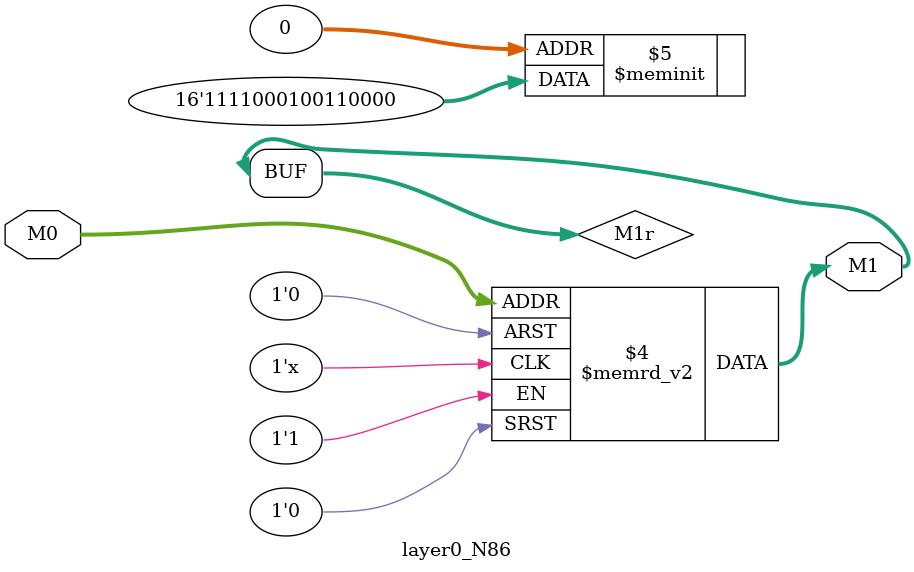
<source format=v>
module layer0_N86 ( input [2:0] M0, output [1:0] M1 );

	(*rom_style = "distributed" *) reg [1:0] M1r;
	assign M1 = M1r;
	always @ (M0) begin
		case (M0)
			3'b000: M1r = 2'b00;
			3'b100: M1r = 2'b01;
			3'b010: M1r = 2'b11;
			3'b110: M1r = 2'b11;
			3'b001: M1r = 2'b00;
			3'b101: M1r = 2'b00;
			3'b011: M1r = 2'b00;
			3'b111: M1r = 2'b11;

		endcase
	end
endmodule

</source>
